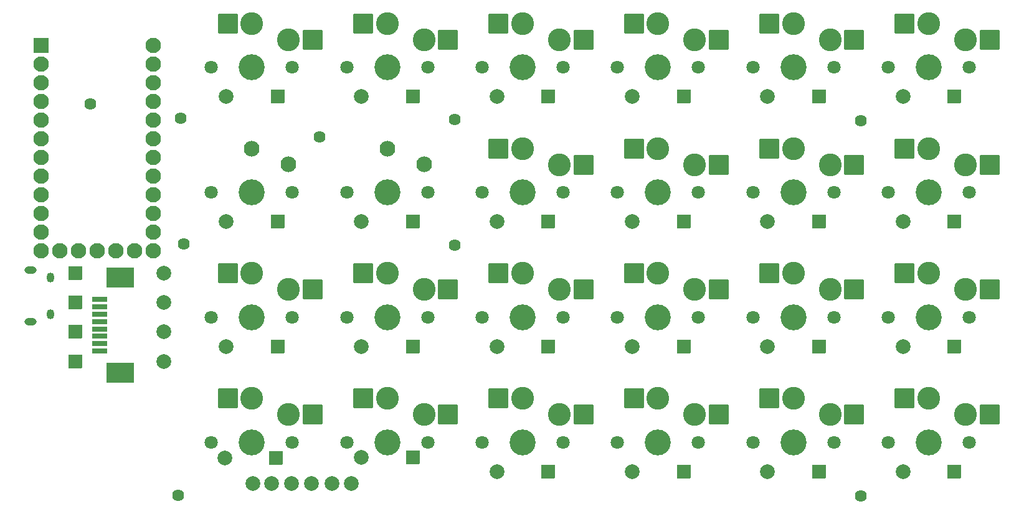
<source format=gbr>
%TF.GenerationSoftware,KiCad,Pcbnew,(6.0.4)*%
%TF.CreationDate,2024-05-03T20:26:16-07:00*%
%TF.ProjectId,right_ortholinear,72696768-745f-46f7-9274-686f6c696e65,v1.0.0*%
%TF.SameCoordinates,Original*%
%TF.FileFunction,Soldermask,Bot*%
%TF.FilePolarity,Negative*%
%FSLAX46Y46*%
G04 Gerber Fmt 4.6, Leading zero omitted, Abs format (unit mm)*
G04 Created by KiCad (PCBNEW (6.0.4)) date 2024-05-03 20:26:16*
%MOMM*%
%LPD*%
G01*
G04 APERTURE LIST*
G04 Aperture macros list*
%AMRoundRect*
0 Rectangle with rounded corners*
0 $1 Rounding radius*
0 $2 $3 $4 $5 $6 $7 $8 $9 X,Y pos of 4 corners*
0 Add a 4 corners polygon primitive as box body*
4,1,4,$2,$3,$4,$5,$6,$7,$8,$9,$2,$3,0*
0 Add four circle primitives for the rounded corners*
1,1,$1+$1,$2,$3*
1,1,$1+$1,$4,$5*
1,1,$1+$1,$6,$7*
1,1,$1+$1,$8,$9*
0 Add four rect primitives between the rounded corners*
20,1,$1+$1,$2,$3,$4,$5,0*
20,1,$1+$1,$4,$5,$6,$7,0*
20,1,$1+$1,$6,$7,$8,$9,0*
20,1,$1+$1,$8,$9,$2,$3,0*%
G04 Aperture macros list end*
%ADD10C,1.624000*%
%ADD11C,2.005000*%
%ADD12RoundRect,0.050000X0.889000X0.889000X-0.889000X0.889000X-0.889000X-0.889000X0.889000X-0.889000X0*%
%ADD13C,3.100000*%
%ADD14C,1.801800*%
%ADD15C,3.529000*%
%ADD16RoundRect,0.050000X-1.300000X-1.300000X1.300000X-1.300000X1.300000X1.300000X-1.300000X1.300000X0*%
%ADD17C,2.132000*%
%ADD18RoundRect,0.050000X-0.889000X-0.889000X0.889000X-0.889000X0.889000X0.889000X-0.889000X0.889000X0*%
%ADD19O,1.650000X0.990000*%
%ADD20O,1.050000X1.350000*%
%ADD21RoundRect,0.050000X-1.000000X-1.000000X1.000000X-1.000000X1.000000X1.000000X-1.000000X1.000000X0*%
%ADD22C,2.100000*%
%ADD23RoundRect,0.050000X-1.000000X0.305000X-1.000000X-0.305000X1.000000X-0.305000X1.000000X0.305000X0*%
%ADD24RoundRect,0.050000X-1.800000X1.340000X-1.800000X-1.340000X1.800000X-1.340000X1.800000X1.340000X0*%
G04 APERTURE END LIST*
D10*
%TO.C,*%
X140300000Y-105900000D03*
%TD*%
D11*
%TO.C,D4*%
X146500000Y-103000000D03*
D12*
X153500000Y-103000000D03*
%TD*%
D11*
%TO.C,D19*%
X220100000Y-120000000D03*
D12*
X227100000Y-120000000D03*
%TD*%
D13*
%TO.C,S20*%
X228600000Y-95250000D03*
D14*
X229100000Y-99000000D03*
X218100000Y-99000000D03*
D13*
X223600000Y-93050000D03*
D15*
X223600000Y-99000000D03*
D16*
X220325000Y-93050000D03*
X231875000Y-95250000D03*
%TD*%
D13*
%TO.C,S14*%
X205200000Y-127050000D03*
X210200000Y-129250000D03*
D14*
X210700000Y-133000000D03*
X199700000Y-133000000D03*
D15*
X205200000Y-133000000D03*
D16*
X201925000Y-127050000D03*
X213475000Y-129250000D03*
%TD*%
D14*
%TO.C,S2*%
X173900000Y-116000000D03*
X162900000Y-116000000D03*
D15*
X168400000Y-116000000D03*
D17*
X173400000Y-112200000D03*
X168400000Y-110100000D03*
%TD*%
D11*
%TO.C,D11*%
X183300000Y-120000000D03*
D12*
X190300000Y-120000000D03*
%TD*%
D11*
%TO.C,D25*%
X138000000Y-127000000D03*
D18*
X126000000Y-127000000D03*
%TD*%
D11*
%TO.C,*%
X155400000Y-155600000D03*
%TD*%
%TO.C,D27*%
X138000000Y-135000000D03*
D18*
X126000000Y-135000000D03*
%TD*%
D11*
%TO.C,D9*%
X183300000Y-154000000D03*
D12*
X190300000Y-154000000D03*
%TD*%
D15*
%TO.C,S13*%
X205200000Y-150000000D03*
D14*
X199700000Y-150000000D03*
X210700000Y-150000000D03*
D13*
X210200000Y-146250000D03*
X205200000Y-144050000D03*
D16*
X201925000Y-144050000D03*
X213475000Y-146250000D03*
%TD*%
D14*
%TO.C,S19*%
X229100000Y-116000000D03*
D13*
X223600000Y-110050000D03*
D15*
X223600000Y-116000000D03*
D14*
X218100000Y-116000000D03*
D13*
X228600000Y-112250000D03*
D16*
X220325000Y-110050000D03*
X231875000Y-112250000D03*
%TD*%
D11*
%TO.C,D23*%
X238500000Y-120000000D03*
D12*
X245500000Y-120000000D03*
%TD*%
D10*
%TO.C,*%
X177600000Y-106100000D03*
%TD*%
%TO.C,*%
X140000000Y-157200000D03*
%TD*%
D13*
%TO.C,S15*%
X205200000Y-110050000D03*
D14*
X199700000Y-116000000D03*
X210700000Y-116000000D03*
D15*
X205200000Y-116000000D03*
D13*
X210200000Y-112250000D03*
D16*
X201925000Y-110050000D03*
X213475000Y-112250000D03*
%TD*%
D11*
%TO.C,D13*%
X201700000Y-154000000D03*
D12*
X208700000Y-154000000D03*
%TD*%
D10*
%TO.C,*%
X232800000Y-106300000D03*
%TD*%
D14*
%TO.C,S5*%
X144500000Y-99000000D03*
D13*
X150000000Y-93050000D03*
X155000000Y-95250000D03*
D15*
X150000000Y-99000000D03*
D14*
X155500000Y-99000000D03*
D16*
X146725000Y-93050000D03*
X158275000Y-95250000D03*
%TD*%
D19*
%TO.C,*%
X119900000Y-133600000D03*
D20*
X122600000Y-127600000D03*
D19*
X119900000Y-126600000D03*
D20*
X122600000Y-132600000D03*
%TD*%
D13*
%TO.C,S17*%
X228600000Y-146250000D03*
D14*
X218100000Y-150000000D03*
D15*
X223600000Y-150000000D03*
D14*
X229100000Y-150000000D03*
D13*
X223600000Y-144050000D03*
D16*
X220325000Y-144050000D03*
X231875000Y-146250000D03*
%TD*%
D14*
%TO.C,S18*%
X218100000Y-133000000D03*
X229100000Y-133000000D03*
D13*
X228600000Y-129250000D03*
D15*
X223600000Y-133000000D03*
D13*
X223600000Y-127050000D03*
D16*
X220325000Y-127050000D03*
X231875000Y-129250000D03*
%TD*%
D14*
%TO.C,S22*%
X247500000Y-133000000D03*
D15*
X242000000Y-133000000D03*
D13*
X242000000Y-127050000D03*
X247000000Y-129250000D03*
D14*
X236500000Y-133000000D03*
D16*
X238725000Y-127050000D03*
X250275000Y-129250000D03*
%TD*%
D11*
%TO.C,D18*%
X220100000Y-137000000D03*
D12*
X227100000Y-137000000D03*
%TD*%
D11*
%TO.C,D7*%
X164900000Y-120000000D03*
D12*
X171900000Y-120000000D03*
%TD*%
D11*
%TO.C,D8*%
X164900000Y-103000000D03*
D12*
X171900000Y-103000000D03*
%TD*%
D13*
%TO.C,S4*%
X150000000Y-127050000D03*
D15*
X150000000Y-133000000D03*
D14*
X144500000Y-133000000D03*
D13*
X155000000Y-129250000D03*
D14*
X155500000Y-133000000D03*
D16*
X146725000Y-127050000D03*
X158275000Y-129250000D03*
%TD*%
D14*
%TO.C,S12*%
X192300000Y-99000000D03*
X181300000Y-99000000D03*
D13*
X191800000Y-95250000D03*
D15*
X186800000Y-99000000D03*
D13*
X186800000Y-93050000D03*
D16*
X183525000Y-93050000D03*
X195075000Y-95250000D03*
%TD*%
D11*
%TO.C,D2*%
X146500000Y-137000000D03*
D12*
X153500000Y-137000000D03*
%TD*%
D11*
%TO.C,D26*%
X138000000Y-131000000D03*
D18*
X126000000Y-131000000D03*
%TD*%
D21*
%TO.C,*%
X121380000Y-96030000D03*
D22*
X121380000Y-98570000D03*
X121380000Y-101110000D03*
X121380000Y-103650000D03*
X121380000Y-106190000D03*
X121380000Y-108730000D03*
X121380000Y-111270000D03*
X121380000Y-113810000D03*
X121380000Y-116350000D03*
X121380000Y-118890000D03*
X121380000Y-121430000D03*
X121380000Y-123970000D03*
X136620000Y-123970000D03*
X136620000Y-121430000D03*
X136620000Y-118890000D03*
X136620000Y-116350000D03*
X136620000Y-113810000D03*
X136620000Y-111270000D03*
X136620000Y-108730000D03*
X136620000Y-106190000D03*
X136620000Y-103650000D03*
X136620000Y-101110000D03*
X136620000Y-98570000D03*
X136620000Y-96030000D03*
X123920000Y-123970000D03*
X126460000Y-123970000D03*
X129000000Y-123970000D03*
X131540000Y-123970000D03*
X134080000Y-123970000D03*
%TD*%
D13*
%TO.C,S16*%
X210200000Y-95250000D03*
D14*
X199700000Y-99000000D03*
D15*
X205200000Y-99000000D03*
D13*
X205200000Y-93050000D03*
D14*
X210700000Y-99000000D03*
D16*
X201925000Y-93050000D03*
X213475000Y-95250000D03*
%TD*%
D11*
%TO.C,*%
X152700000Y-155600000D03*
%TD*%
D10*
%TO.C,*%
X140700000Y-123000000D03*
%TD*%
D11*
%TO.C,D6*%
X164900000Y-137000000D03*
D12*
X171900000Y-137000000D03*
%TD*%
D11*
%TO.C,*%
X158100000Y-155600000D03*
%TD*%
%TO.C,D5*%
X164900000Y-152100000D03*
D12*
X171900000Y-152100000D03*
%TD*%
D13*
%TO.C,S10*%
X186800000Y-127050000D03*
D15*
X186800000Y-133000000D03*
D13*
X191800000Y-129250000D03*
D14*
X181300000Y-133000000D03*
X192300000Y-133000000D03*
D16*
X183525000Y-127050000D03*
X195075000Y-129250000D03*
%TD*%
D11*
%TO.C,D1*%
X146300000Y-152200000D03*
D12*
X153300000Y-152200000D03*
%TD*%
D13*
%TO.C,S11*%
X191800000Y-112250000D03*
D14*
X181300000Y-116000000D03*
D13*
X186800000Y-110050000D03*
D14*
X192300000Y-116000000D03*
D15*
X186800000Y-116000000D03*
D16*
X183525000Y-110050000D03*
X195075000Y-112250000D03*
%TD*%
D11*
%TO.C,D21*%
X238500000Y-154000000D03*
D12*
X245500000Y-154000000D03*
%TD*%
D15*
%TO.C,S7*%
X168400000Y-133000000D03*
D14*
X173900000Y-133000000D03*
D13*
X173400000Y-129250000D03*
X168400000Y-127050000D03*
D14*
X162900000Y-133000000D03*
D16*
X165125000Y-127050000D03*
X176675000Y-129250000D03*
%TD*%
D13*
%TO.C,S24*%
X242000000Y-93050000D03*
X247000000Y-95250000D03*
D14*
X236500000Y-99000000D03*
D15*
X242000000Y-99000000D03*
D14*
X247500000Y-99000000D03*
D16*
X238725000Y-93050000D03*
X250275000Y-95250000D03*
%TD*%
D10*
%TO.C,*%
X232800000Y-157300000D03*
%TD*%
D11*
%TO.C,D10*%
X183300000Y-137000000D03*
D12*
X190300000Y-137000000D03*
%TD*%
D11*
%TO.C,D24*%
X238500000Y-103000000D03*
D12*
X245500000Y-103000000D03*
%TD*%
D13*
%TO.C,S23*%
X242000000Y-110050000D03*
D15*
X242000000Y-116000000D03*
D13*
X247000000Y-112250000D03*
D14*
X247500000Y-116000000D03*
X236500000Y-116000000D03*
D16*
X238725000Y-110050000D03*
X250275000Y-112250000D03*
%TD*%
D11*
%TO.C,*%
X160900000Y-155600000D03*
%TD*%
%TO.C,*%
X150100000Y-155600000D03*
%TD*%
D13*
%TO.C,S8*%
X173400000Y-95250000D03*
D14*
X173900000Y-99000000D03*
D13*
X168400000Y-93050000D03*
D15*
X168400000Y-99000000D03*
D14*
X162900000Y-99000000D03*
D16*
X165125000Y-93050000D03*
X176675000Y-95250000D03*
%TD*%
D13*
%TO.C,S9*%
X191800000Y-146250000D03*
D14*
X181300000Y-150000000D03*
D15*
X186800000Y-150000000D03*
D13*
X186800000Y-144050000D03*
D14*
X192300000Y-150000000D03*
D16*
X183525000Y-144050000D03*
X195075000Y-146250000D03*
%TD*%
D11*
%TO.C,D16*%
X201700000Y-103000000D03*
D12*
X208700000Y-103000000D03*
%TD*%
D14*
%TO.C,S1*%
X155500000Y-116000000D03*
D15*
X150000000Y-116000000D03*
D14*
X144500000Y-116000000D03*
D17*
X155000000Y-112200000D03*
X150000000Y-110100000D03*
%TD*%
D14*
%TO.C,S21*%
X236500000Y-150000000D03*
D13*
X242000000Y-144050000D03*
D14*
X247500000Y-150000000D03*
D13*
X247000000Y-146250000D03*
D15*
X242000000Y-150000000D03*
D16*
X238725000Y-144050000D03*
X250275000Y-146250000D03*
%TD*%
D10*
%TO.C,*%
X177600000Y-123200000D03*
%TD*%
D11*
%TO.C,D12*%
X183300000Y-103000000D03*
D12*
X190300000Y-103000000D03*
%TD*%
D11*
%TO.C,D3*%
X146500000Y-120000000D03*
D12*
X153500000Y-120000000D03*
%TD*%
D11*
%TO.C,D15*%
X201700000Y-120000000D03*
D12*
X208700000Y-120000000D03*
%TD*%
D11*
%TO.C,D28*%
X138000000Y-139000000D03*
D18*
X126000000Y-139000000D03*
%TD*%
D11*
%TO.C,D14*%
X201700000Y-137000000D03*
D12*
X208700000Y-137000000D03*
%TD*%
D10*
%TO.C,*%
X159200000Y-108500000D03*
%TD*%
D11*
%TO.C,D22*%
X238500000Y-137000000D03*
D12*
X245500000Y-137000000D03*
%TD*%
D11*
%TO.C,*%
X163500000Y-155600000D03*
%TD*%
D13*
%TO.C,S3*%
X150000000Y-144050000D03*
X155000000Y-146250000D03*
D15*
X150000000Y-150000000D03*
D14*
X155500000Y-150000000D03*
X144500000Y-150000000D03*
D16*
X146725000Y-144050000D03*
X158275000Y-146250000D03*
%TD*%
D11*
%TO.C,D17*%
X220100000Y-154000000D03*
D12*
X227100000Y-154000000D03*
%TD*%
D11*
%TO.C,D20*%
X220100000Y-103000000D03*
D12*
X227100000Y-103000000D03*
%TD*%
D10*
%TO.C,*%
X128000000Y-104000000D03*
%TD*%
D13*
%TO.C,S6*%
X173400000Y-146250000D03*
X168400000Y-144050000D03*
D15*
X168400000Y-150000000D03*
D14*
X173900000Y-150000000D03*
X162900000Y-150000000D03*
D16*
X165125000Y-144050000D03*
X176675000Y-146250000D03*
%TD*%
D23*
%TO.C,*%
X129300000Y-130600000D03*
X129300000Y-131600000D03*
X129300000Y-132600000D03*
X129300000Y-133600000D03*
X129300000Y-134600000D03*
X129300000Y-135600000D03*
X129300000Y-136600000D03*
X129300000Y-137600000D03*
D24*
X132100000Y-140590000D03*
X132100000Y-127610000D03*
%TD*%
M02*

</source>
